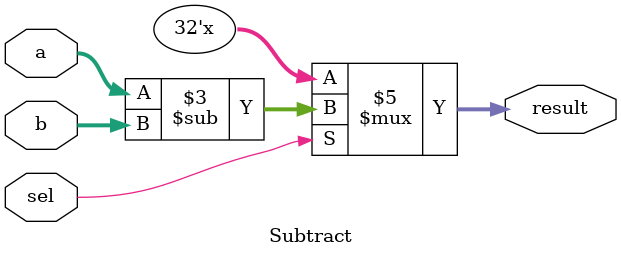
<source format=v>
`timescale 1ns / 1ps


module Subtract(input[31:0] a, b, input sel, output reg [31:0] result);

always@(*)
    if(sel == 1) begin
//        if(a < b) result = 32'b0;
         result = a - b;
    end
    else result = 32'bxxxxxxxxxxxxxxxxxxxxxxxxxxxxxxxx;


endmodule

</source>
